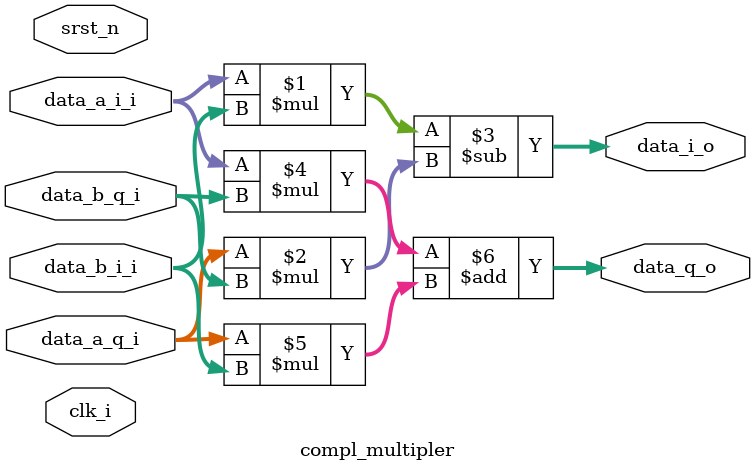
<source format=sv>
module compl_multipler (
    input clk_i,
    input srst_n,

    input logic signed [17:0] data_a_i_i,
    input logic signed [17:0] data_a_q_i,

    input logic signed [17:0] data_b_i_i,
    input logic signed [17:0] data_b_q_i,

    output logic signed [(18*2)-1:0] data_i_o,
    output logic signed  [(18*2)-1:0] data_q_o
);

    assign data_i_o = data_a_i_i * data_b_i_i - data_a_q_i * data_b_q_i;
    assign data_q_o = data_a_i_i * data_b_q_i + data_a_q_i * data_b_i_i;
    
endmodule
</source>
